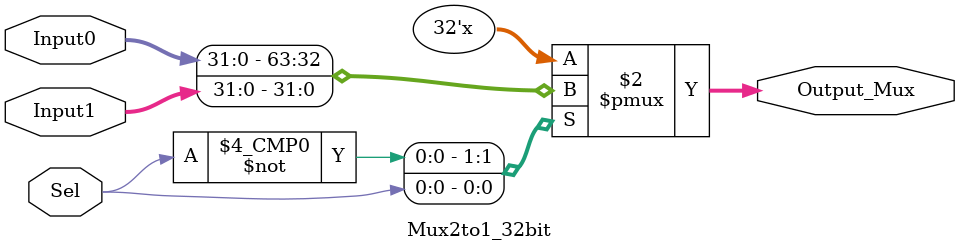
<source format=v>
`timescale 1ns / 1ps

module Mux2to1_32bit(Input0, Input1, Sel, Output_Mux);
	input [31:0]Input0;
	input [31:0]Input1;
	input Sel;
	output reg[31:0]Output_Mux;
	
	// assign Output_Mux = (Sel == 0) ? Input0 : Input1;
	
	always @(Input0, Input1, Sel)
	begin 
		case(Sel)
			1'b0: Output_Mux = Input0;
			1'b1: Output_Mux = Input1;
			default : Output_Mux = 32'bX;
			endcase
		end


endmodule
</source>
